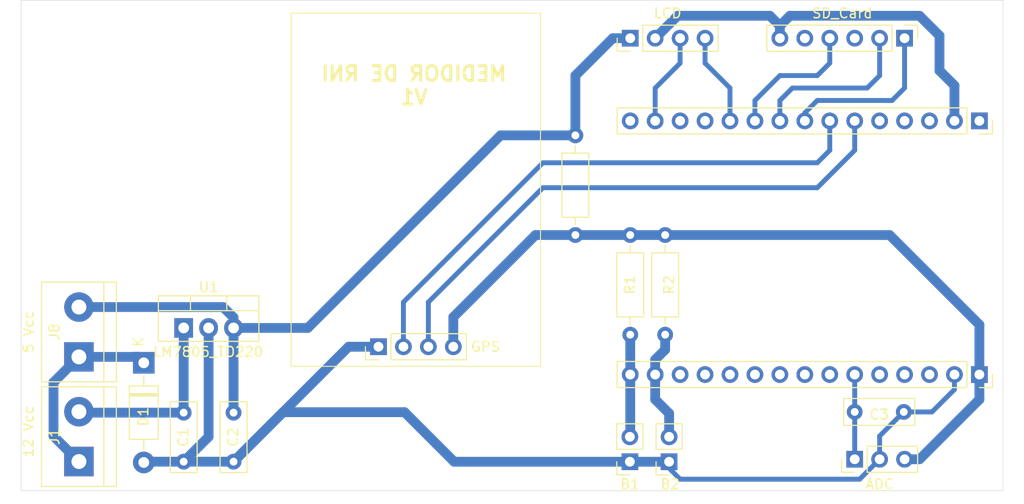
<source format=kicad_pcb>
(kicad_pcb (version 20211014) (generator pcbnew)
  (layers (0 "F.Cu" signal) (31 "B.Cu" signal) (34 "B.Paste" user) (35 "F.Paste" user) (36 "B.SilkS" user "B.Silkscreen") (37 "F.SilkS" user "F.Silkscreen") (38 "B.Mask" user) (39 "F.Mask" user) (44 "Edge.Cuts" user))
  (net 0 "")
  (net 1 "Net-(C1-Pad1)")
  (net 2 "GND")
  (net 3 "+5V")
  (net 4 "/ADC")
  (net 5 "/Buttom_1")
  (net 6 "/Buttom_2")
  (net 7 "/cs")
  (net 8 "/SCK")
  (net 9 "/MOSI")
  (net 10 "/MISO")
  (net 11 "/TX")
  (net 12 "/RX")
  (net 13 "/SDA")
  (net 14 "/SCL")
  (net 33 "Net-(D1-Pad1)")
  (footprint "Connector_PinHeader_2.54mm:PinHeader_1x04_P2.54mm_Vertical" (layer "F.Cu") (at 167.4 134.325 90)
    (fp_text reference "J3")
    (fp_text value "GPS" (at 0 10.908 180) (layer "F.SilkS"))
    (fp_line (start -1.33 1.27) (end -1.33 8.95) (layer "F.SilkS") (width 0.12))
    (fp_line (start -1.33 8.95) (end 1.33 8.95) (layer "F.SilkS") (width 0.12))
    (fp_line (start 1.33 1.27) (end 1.33 8.95) (layer "F.SilkS") (width 0.12))
    (fp_line (start -1.33 1.27) (end 1.33 1.27) (layer "F.SilkS") (width 0.12))
    (fp_line (start -1.33 0) (end -1.33 -1.33) (layer "F.SilkS") (width 0.12))
    (fp_line (start -1.33 -1.33) (end 0 -1.33) (layer "F.SilkS") (width 0.12))
    (pad "1" thru_hole rect (at 0 0 90) (size 1.7 1.7) (drill 1) (layers *.Cu *.Mask) (net 2 "GND"))
    (pad "2" thru_hole oval (at 0 2.54 90) (size 1.7 1.7) (drill 1) (layers *.Cu *.Mask) (net 11 "/TX"))
    (pad "3" thru_hole oval (at 0 5.08 90) (size 1.7 1.7) (drill 1) (layers *.Cu *.Mask) (net 12 "/RX"))
    (pad "4" thru_hole oval (at 0 7.62 90) (size 1.7 1.7) (drill 1) (layers *.Cu *.Mask) (net 3 "+5V"))
  )
  (footprint "Package_TO_SOT_THT:TO-220-3_Vertical" (layer "F.Cu") (at 147.558 132.408)
    (fp_text reference "U1" (at 2.54 -4.16) (layer "F.SilkS"))
    (fp_text value "LM7805_TO220" (at 2.494 2.444) (layer "F.SilkS"))
    (fp_line (start 7.66 -3.27) (end 7.66 1.371) (layer "F.SilkS") (width 0.12))
    (fp_line (start 0.69 -3.27) (end 0.69 -1.76) (layer "F.SilkS") (width 0.12))
    (fp_line (start -2.58 -1.76) (end 7.66 -1.76) (layer "F.SilkS") (width 0.12))
    (fp_line (start -2.58 -3.27) (end 7.66 -3.27) (layer "F.SilkS") (width 0.12))
    (fp_line (start -2.58 1.371) (end 7.66 1.371) (layer "F.SilkS") (width 0.12))
    (fp_line (start 4.391 -3.27) (end 4.391 -1.76) (layer "F.SilkS") (width 0.12))
    (fp_line (start -2.58 -3.27) (end -2.58 1.371) (layer "F.SilkS") (width 0.12))
    (pad "1" thru_hole rect (at 0 0) (size 1.905 2) (drill 1.1) (layers *.Cu *.Mask) (net 1 "Net-(C1-Pad1)"))
    (pad "2" thru_hole oval (at 2.54 0) (size 1.905 2) (drill 1.1) (layers *.Cu *.Mask) (net 2 "GND"))
    (pad "3" thru_hole oval (at 5.08 0) (size 1.905 2) (drill 1.1) (layers *.Cu *.Mask) (net 3 "+5V"))
  )
  (footprint "Connector_PinSocket_2.54mm:PinSocket_1x02_P2.54mm_Vertical" (layer "F.Cu") (at 197 146.05 180)
    (fp_text reference "B2" (at -0.104 -2.286) (layer "F.SilkS"))
    (fp_text value "Conn_01x02_Female")
    (fp_line (start 0 -1.33) (end 1.33 -1.33) (layer "F.SilkS") (width 0.12))
    (fp_line (start 1.33 -1.33) (end 1.33 0) (layer "F.SilkS") (width 0.12))
    (fp_line (start -1.33 1.27) (end 1.33 1.27) (layer "F.SilkS") (width 0.12))
    (fp_line (start -1.33 3.87) (end 1.33 3.87) (layer "F.SilkS") (width 0.12))
    (fp_line (start -1.33 1.27) (end -1.33 3.87) (layer "F.SilkS") (width 0.12))
    (fp_line (start 1.33 1.27) (end 1.33 3.87) (layer "F.SilkS") (width 0.12))
    (pad "1" thru_hole rect (at 0 0 180) (size 1.7 1.7) (drill 1) (layers *.Cu *.Mask) (net 2 "GND"))
    (pad "2" thru_hole oval (at 0 2.54 180) (size 1.7 1.7) (drill 1) (layers *.Cu *.Mask) (net 6 "/Buttom_2"))
  )
  (footprint "Capacitor_THT:C_Disc_D7.0mm_W2.5mm_P5.00mm" (layer "F.Cu") (at 215.9 140.97)
    (fp_text reference "C3" (at 2.5 0.268) (layer "F.SilkS"))
    (fp_text value "0.1uF/50V")
    (fp_line (start 6.12 -1.37) (end 6.12 1.37) (layer "F.SilkS") (width 0.12))
    (fp_line (start -1.12 -1.37) (end -1.12 1.37) (layer "F.SilkS") (width 0.12))
    (fp_line (start -1.12 1.37) (end 6.12 1.37) (layer "F.SilkS") (width 0.12))
    (fp_line (start -1.12 -1.37) (end 6.12 -1.37) (layer "F.SilkS") (width 0.12))
    (pad "1" thru_hole circle (at 0 0) (size 1.6 1.6) (drill 0.8) (layers *.Cu *.Mask) (net 4 "/ADC"))
    (pad "2" thru_hole circle (at 5 0) (size 1.6 1.6) (drill 0.8) (layers *.Cu *.Mask) (net 2 "GND"))
  )
  (footprint "Resistor_THT:R_Axial_DIN0207_L6.3mm_D2.5mm_P10.16mm_Horizontal" (layer "F.Cu") (at 187.452 122.936 90)
    (fp_text reference "R3")
    (fp_text value "puente")
    (fp_line (start 9.12 0) (end 8.35 0) (layer "F.SilkS") (width 0.12))
    (fp_line (start 8.35 1.37) (end 8.35 -1.37) (layer "F.SilkS") (width 0.12))
    (fp_line (start 1.81 -1.37) (end 1.81 1.37) (layer "F.SilkS") (width 0.12))
    (fp_line (start 8.35 -1.37) (end 1.81 -1.37) (layer "F.SilkS") (width 0.12))
    (fp_line (start 1.81 1.37) (end 8.35 1.37) (layer "F.SilkS") (width 0.12))
    (fp_line (start 1.04 0) (end 1.81 0) (layer "F.SilkS") (width 0.12))
    (pad "1" thru_hole circle (at 0 0 90) (size 1.6 1.6) (drill 0.8) (layers *.Cu *.Mask) (net 3 "+5V"))
    (pad "2" thru_hole oval (at 10.16 0 90) (size 1.6 1.6) (drill 0.8) (layers *.Cu *.Mask) (net 3 "+5V"))
  )
  (footprint "Connector_PinHeader_2.54mm:PinHeader_1x06_P2.54mm_Vertical" (layer "F.Cu") (at 220.98 102.87 -90)
    (fp_text reference "J2" hide)
    (fp_text value "SD_Card" (at -2.54 6.35 180) (layer "F.SilkS"))
    (fp_line (start -1.33 14.03) (end 1.33 14.03) (layer "F.SilkS") (width 0.12))
    (fp_line (start 1.33 1.27) (end 1.33 14.03) (layer "F.SilkS") (width 0.12))
    (fp_line (start -1.33 0) (end -1.33 -1.33) (layer "F.SilkS") (width 0.12))
    (fp_line (start -1.33 -1.33) (end 0 -1.33) (layer "F.SilkS") (width 0.12))
    (fp_line (start -1.33 1.27) (end 1.33 1.27) (layer "F.SilkS") (width 0.12))
    (fp_line (start -1.33 1.27) (end -1.33 14.03) (layer "F.SilkS") (width 0.12))
    (pad "1" thru_hole rect (at 0 0 270) (size 1.7 1.7) (drill 1) (layers *.Cu *.Mask) (net 7 "/cs"))
    (pad "2" thru_hole oval (at 0 2.54 270) (size 1.7 1.7) (drill 1) (layers *.Cu *.Mask) (net 8 "/SCK"))
    (pad "3" thru_hole oval (at 0 5.08 270) (size 1.7 1.7) (drill 1) (layers *.Cu *.Mask))
    (pad "4" thru_hole oval (at 0 7.62 270) (size 1.7 1.7) (drill 1) (layers *.Cu *.Mask) (net 10 "/MISO"))
    (pad "5" thru_hole oval (at 0 10.16 270) (size 1.7 1.7) (drill 1) (layers *.Cu *.Mask))
    (pad "6" thru_hole oval (at 0 12.7 270) (size 1.7 1.7) (drill 1) (layers *.Cu *.Mask) (net 2 "GND"))
  )
  (footprint "Connector_PinSocket_2.54mm:PinSocket_1x15_P2.54mm_Vertical" (layer "F.Cu") (at 228.6 111.3 -90)
    (fp_text reference "J7")
    (fp_text value "Conn_01x15_Female")
    (fp_line (start -1.33 1.27) (end -1.33 36.89) (layer "F.SilkS") (width 0.12))
    (fp_line (start 0 -1.33) (end 1.33 -1.33) (layer "F.SilkS") (width 0.12))
    (fp_line (start 1.33 1.27) (end 1.33 36.89) (layer "F.SilkS") (width 0.12))
    (fp_line (start 1.33 -1.33) (end 1.33 0) (layer "F.SilkS") (width 0.12))
    (fp_line (start -1.33 36.89) (end 1.33 36.89) (layer "F.SilkS") (width 0.12))
    (fp_line (start -1.33 1.27) (end 1.33 1.27) (layer "F.SilkS") (width 0.12))
    (pad "1" thru_hole rect (at 0 0 270) (size 1.7 1.7) (drill 1) (layers *.Cu *.Mask))
    (pad "2" thru_hole oval (at 0 2.54 270) (size 1.7 1.7) (drill 1) (layers *.Cu *.Mask) (net 2 "GND"))
    (pad "3" thru_hole oval (at 0 5.08 270) (size 1.7 1.7) (drill 1) (layers *.Cu *.Mask))
    (pad "4" thru_hole oval (at 0 7.62 270) (size 1.7 1.7) (drill 1) (layers *.Cu *.Mask))
    (pad "5" thru_hole oval (at 0 10.16 270) (size 1.7 1.7) (drill 1) (layers *.Cu *.Mask))
    (pad "6" thru_hole oval (at 0 12.7 270) (size 1.7 1.7) (drill 1) (layers *.Cu *.Mask) (net 12 "/RX"))
    (pad "7" thru_hole oval (at 0 15.24 270) (size 1.7 1.7) (drill 1) (layers *.Cu *.Mask) (net 11 "/TX"))
    (pad "8" thru_hole oval (at 0 17.78 270) (size 1.7 1.7) (drill 1) (layers *.Cu *.Mask) (net 7 "/cs"))
    (pad "9" thru_hole oval (at 0 20.32 270) (size 1.7 1.7) (drill 1) (layers *.Cu *.Mask) (net 8 "/SCK"))
    (pad "10" thru_hole oval (at 0 22.86 270) (size 1.7 1.7) (drill 1) (layers *.Cu *.Mask) (net 10 "/MISO"))
    (pad "11" thru_hole oval (at 0 25.4 270) (size 1.7 1.7) (drill 1) (layers *.Cu *.Mask) (net 13 "/SDA"))
    (pad "12" thru_hole oval (at 0 27.94 270) (size 1.7 1.7) (drill 1) (layers *.Cu *.Mask))
    (pad "13" thru_hole oval (at 0 30.48 270) (size 1.7 1.7) (drill 1) (layers *.Cu *.Mask))
    (pad "14" thru_hole oval (at 0 33.02 270) (size 1.7 1.7) (drill 1) (layers *.Cu *.Mask) (net 14 "/SCL"))
    (pad "15" thru_hole oval (at 0 35.56 270) (size 1.7 1.7) (drill 1) (layers *.Cu *.Mask) (net 9 "/MOSI"))
  )
  (footprint "Connector_PinHeader_2.54mm:PinHeader_1x04_P2.54mm_Vertical" (layer "F.Cu") (at 193.04 102.87 90)
    (fp_text reference "J4" hide)
    (fp_text value "LCD" (at 2.54 3.81 180) (layer "F.SilkS"))
    (fp_line (start 1.33 1.27) (end 1.33 8.95) (layer "F.SilkS") (width 0.12))
    (fp_line (start -1.33 0) (end -1.33 -1.33) (layer "F.SilkS") (width 0.12))
    (fp_line (start -1.33 1.27) (end 1.33 1.27) (layer "F.SilkS") (width 0.12))
    (fp_line (start -1.33 -1.33) (end 0 -1.33) (layer "F.SilkS") (width 0.12))
    (fp_line (start -1.33 8.95) (end 1.33 8.95) (layer "F.SilkS") (width 0.12))
    (fp_line (start -1.33 1.27) (end -1.33 8.95) (layer "F.SilkS") (width 0.12))
    (pad "1" thru_hole rect (at 0 0 90) (size 1.7 1.7) (drill 1) (layers *.Cu *.Mask) (net 3 "+5V"))
    (pad "2" thru_hole oval (at 0 2.54 90) (size 1.7 1.7) (drill 1) (layers *.Cu *.Mask) (net 2 "GND"))
    (pad "3" thru_hole oval (at 0 5.08 90) (size 1.7 1.7) (drill 1) (layers *.Cu *.Mask) (net 14 "/SCL"))
    (pad "4" thru_hole oval (at 0 7.62 90) (size 1.7 1.7) (drill 1) (layers *.Cu *.Mask) (net 13 "/SDA"))
  )
  (footprint "Connector_PinSocket_2.54mm:PinSocket_1x15_P2.54mm_Vertical" (layer "F.Cu") (at 228.6 137.16 -90)
    (fp_text reference "J6")
    (fp_text value "Conn_01x15_Female")
    (fp_line (start 1.33 -1.33) (end 1.33 0) (layer "F.SilkS") (width 0.12))
    (fp_line (start -1.33 36.89) (end 1.33 36.89) (layer "F.SilkS") (width 0.12))
    (fp_line (start 0 -1.33) (end 1.33 -1.33) (layer "F.SilkS") (width 0.12))
    (fp_line (start -1.33 1.27) (end -1.33 36.89) (layer "F.SilkS") (width 0.12))
    (fp_line (start 1.33 1.27) (end 1.33 36.89) (layer "F.SilkS") (width 0.12))
    (fp_line (start -1.33 1.27) (end 1.33 1.27) (layer "F.SilkS") (width 0.12))
    (pad "1" thru_hole rect (at 0 0 270) (size 1.7 1.7) (drill 1) (layers *.Cu *.Mask) (net 3 "+5V"))
    (pad "2" thru_hole oval (at 0 2.54 270) (size 1.7 1.7) (drill 1) (layers *.Cu *.Mask) (net 2 "GND"))
    (pad "3" thru_hole oval (at 0 5.08 270) (size 1.7 1.7) (drill 1) (layers *.Cu *.Mask))
    (pad "4" thru_hole oval (at 0 7.62 270) (size 1.7 1.7) (drill 1) (layers *.Cu *.Mask))
    (pad "5" thru_hole oval (at 0 10.16 270) (size 1.7 1.7) (drill 1) (layers *.Cu *.Mask))
    (pad "6" thru_hole oval (at 0 12.7 270) (size 1.7 1.7) (drill 1) (layers *.Cu *.Mask) (net 4 "/ADC"))
    (pad "7" thru_hole oval (at 0 15.24 270) (size 1.7 1.7) (drill 1) (layers *.Cu *.Mask))
    (pad "8" thru_hole oval (at 0 17.78 270) (size 1.7 1.7) (drill 1) (layers *.Cu *.Mask))
    (pad "9" thru_hole oval (at 0 20.32 270) (size 1.7 1.7) (drill 1) (layers *.Cu *.Mask))
    (pad "10" thru_hole oval (at 0 22.86 270) (size 1.7 1.7) (drill 1) (layers *.Cu *.Mask))
    (pad "11" thru_hole oval (at 0 25.4 270) (size 1.7 1.7) (drill 1) (layers *.Cu *.Mask))
    (pad "12" thru_hole oval (at 0 27.94 270) (size 1.7 1.7) (drill 1) (layers *.Cu *.Mask))
    (pad "13" thru_hole oval (at 0 30.48 270) (size 1.7 1.7) (drill 1) (layers *.Cu *.Mask))
    (pad "14" thru_hole oval (at 0 33.02 270) (size 1.7 1.7) (drill 1) (layers *.Cu *.Mask) (net 6 "/Buttom_2"))
    (pad "15" thru_hole oval (at 0 35.56 270) (size 1.7 1.7) (drill 1) (layers *.Cu *.Mask) (net 5 "/Buttom_1"))
  )
  (footprint "Connector_PinHeader_2.54mm:PinHeader_1x03_P2.54mm_Vertical" (layer "F.Cu") (at 215.9 145.796 90)
    (fp_text reference "J5")
    (fp_text value "ADC" (at -2.54 2.54) (layer "F.SilkS"))
    (fp_line (start 1.33 1.27) (end 1.33 6.41) (layer "F.SilkS") (width 0.12))
    (fp_line (start -1.33 1.27) (end 1.33 1.27) (layer "F.SilkS") (width 0.12))
    (fp_line (start -1.33 6.41) (end 1.33 6.41) (layer "F.SilkS") (width 0.12))
    (fp_line (start -1.33 1.27) (end -1.33 6.41) (layer "F.SilkS") (width 0.12))
    (fp_line (start -1.33 0) (end -1.33 -1.33) (layer "F.SilkS") (width 0.12))
    (fp_line (start -1.33 -1.33) (end 0 -1.33) (layer "F.SilkS") (width 0.12))
    (pad "1" thru_hole rect (at 0 0 90) (size 1.7 1.7) (drill 1) (layers *.Cu *.Mask) (net 4 "/ADC"))
    (pad "2" thru_hole oval (at 0 2.54 90) (size 1.7 1.7) (drill 1) (layers *.Cu *.Mask) (net 2 "GND"))
    (pad "3" thru_hole oval (at 0 5.08 90) (size 1.7 1.7) (drill 1) (layers *.Cu *.Mask) (net 3 "+5V"))
  )
  (footprint "Diode_THT:D_DO-41_SOD81_P10.16mm_Horizontal" (layer "F.Cu") (at 143.494 135.964 -90)
    (fp_text reference "D1" (at 5.492 0.046 90) (layer "F.SilkS"))
    (fp_text value "1N4007")
    (fp_text user "K" (at -2.128 0.554 90) (layer "F.SilkS"))
    (fp_line (start 1.34 0) (end 2.36 0) (layer "F.SilkS") (width 0.12))
    (fp_line (start 2.36 -1.47) (end 2.36 1.47) (layer "F.SilkS") (width 0.12))
    (fp_line (start 2.36 1.47) (end 7.8 1.47) (layer "F.SilkS") (width 0.12))
    (fp_line (start 8.82 0) (end 7.8 0) (layer "F.SilkS") (width 0.12))
    (fp_line (start 3.26 -1.47) (end 3.26 1.47) (layer "F.SilkS") (width 0.12))
    (fp_line (start 7.8 1.47) (end 7.8 -1.47) (layer "F.SilkS") (width 0.12))
    (fp_line (start 3.14 -1.47) (end 3.14 1.47) (layer "F.SilkS") (width 0.12))
    (fp_line (start 7.8 -1.47) (end 2.36 -1.47) (layer "F.SilkS") (width 0.12))
    (fp_line (start 3.38 -1.47) (end 3.38 1.47) (layer "F.SilkS") (width 0.12))
    (pad "1" thru_hole rect (at 0 0 270) (size 2.2 2.2) (drill 1.1) (layers *.Cu *.Mask) (net 33 "Net-(D1-Pad1)"))
    (pad "2" thru_hole oval (at 10.16 0 270) (size 2.2 2.2) (drill 1.1) (layers *.Cu *.Mask) (net 2 "GND"))
  )
  (footprint "MountingHole:MountingHole_2.5mm" (layer "F.Cu") (at 134 102)
    (fp_text reference "H4")
    (fp_text value "MountingHole")
    (pad "" np_thru_hole circle (at 0 0) (size 2.5 2.5) (drill 2.5) (layers *.Cu *.Mask))
  )
  (footprint "Resistor_THT:R_Axial_DIN0207_L6.3mm_D2.5mm_P10.16mm_Horizontal" (layer "F.Cu") (at 196.596 122.936 -90)
    (fp_text reference "R2" (at 5.08 -0.404 90) (layer "F.SilkS"))
    (fp_text value "R_Small")
    (fp_line (start 8.35 1.37) (end 8.35 -1.37) (layer "F.SilkS") (width 0.12))
    (fp_line (start 1.81 -1.37) (end 1.81 1.37) (layer "F.SilkS") (width 0.12))
    (fp_line (start 1.04 0) (end 1.81 0) (layer "F.SilkS") (width 0.12))
    (fp_line (start 8.35 -1.37) (end 1.81 -1.37) (layer "F.SilkS") (width 0.12))
    (fp_line (start 9.12 0) (end 8.35 0) (layer "F.SilkS") (width 0.12))
    (fp_line (start 1.81 1.37) (end 8.35 1.37) (layer "F.SilkS") (width 0.12))
    (pad "1" thru_hole circle (at 0 0 270) (size 1.6 1.6) (drill 0.8) (layers *.Cu *.Mask) (net 3 "+5V"))
    (pad "2" thru_hole oval (at 10.16 0 270) (size 1.6 1.6) (drill 0.8) (layers *.Cu *.Mask) (net 6 "/Buttom_2"))
  )
  (footprint "Resistor_THT:R_Axial_DIN0207_L6.3mm_D2.5mm_P10.16mm_Horizontal" (layer "F.Cu") (at 193.04 122.936 -90)
    (fp_text reference "R1" (at 5.08 0.04 90) (layer "F.SilkS"))
    (fp_text value "R_Small")
    (fp_line (start 8.35 -1.37) (end 1.81 -1.37) (layer "F.SilkS") (width 0.12))
    (fp_line (start 1.81 1.37) (end 8.35 1.37) (layer "F.SilkS") (width 0.12))
    (fp_line (start 9.12 0) (end 8.35 0) (layer "F.SilkS") (width 0.12))
    (fp_line (start 1.81 -1.37) (end 1.81 1.37) (layer "F.SilkS") (width 0.12))
    (fp_line (start 8.35 1.37) (end 8.35 -1.37) (layer "F.SilkS") (width 0.12))
    (fp_line (start 1.04 0) (end 1.81 0) (layer "F.SilkS") (width 0.12))
    (pad "1" thru_hole circle (at 0 0 270) (size 1.6 1.6) (drill 0.8) (layers *.Cu *.Mask) (net 3 "+5V"))
    (pad "2" thru_hole oval (at 10.16 0 270) (size 1.6 1.6) (drill 0.8) (layers *.Cu *.Mask) (net 5 "/Buttom_1"))
  )
  (footprint "TerminalBlock:TerminalBlock_bornier-2_P5.08mm" (layer "F.Cu") (at 136.89 135.36 90)
    (fp_text reference "J8" (at 2.54 -2.494 90) (layer "F.SilkS"))
    (fp_text value "5 Vcc" (at 2.54 -5.126 90) (layer "F.SilkS"))
    (fp_line (start -2.54 -3.81) (end -2.54 3.81) (layer "F.SilkS") (width 0.12))
    (fp_line (start 7.62 3.81) (end 7.62 -3.81) (layer "F.SilkS") (width 0.12))
    (fp_line (start 7.62 -3.81) (end -2.54 -3.81) (layer "F.SilkS") (width 0.12))
    (fp_line (start -2.54 3.81) (end 7.62 3.81) (layer "F.SilkS") (width 0.12))
    (fp_line (start 7.62 2.54) (end -2.54 2.54) (layer "F.SilkS") (width 0.12))
    (pad "1" thru_hole rect (at 0 0 90) (size 3 3) (drill 1.52) (layers *.Cu *.Mask) (net 33 "Net-(D1-Pad1)"))
    (pad "2" thru_hole circle (at 5.08 0 90) (size 3 3) (drill 1.52) (layers *.Cu *.Mask) (net 3 "+5V"))
  )
  (footprint "MountingHole:MountingHole_2.5mm" (layer "F.Cu") (at 228 102)
    (fp_text reference "H2")
    (fp_text value "MountingHole")
    (pad "" np_thru_hole circle (at 0 0) (size 2.5 2.5) (drill 2.5) (layers *.Cu *.Mask))
  )
  (footprint "MountingHole:MountingHole_2.5mm" (layer "F.Cu") (at 228 146)
    (fp_text reference "H3")
    (fp_text value "MountingHole")
    (pad "" np_thru_hole circle (at 0 0) (size 2.5 2.5) (drill 2.5) (layers *.Cu *.Mask))
  )
  (footprint "Capacitor_THT:C_Disc_D7.0mm_W2.5mm_P5.00mm" (layer "F.Cu") (at 152.638 141.044 -90)
    (fp_text reference "C2" (at 2.5 0.046 90) (layer "F.SilkS"))
    (fp_text value "0.1uF/50V")
    (fp_line (start -1.12 -1.37) (end 6.12 -1.37) (layer "F.SilkS") (width 0.12))
    (fp_line (start -1.12 1.37) (end 6.12 1.37) (layer "F.SilkS") (width 0.12))
    (fp_line (start -1.12 -1.37) (end -1.12 1.37) (layer "F.SilkS") (width 0.12))
    (fp_line (start 6.12 -1.37) (end 6.12 1.37) (layer "F.SilkS") (width 0.12))
    (pad "1" thru_hole circle (at 0 0 270) (size 1.6 1.6) (drill 0.8) (layers *.Cu *.Mask) (net 3 "+5V"))
    (pad "2" thru_hole circle (at 5 0 270) (size 1.6 1.6) (drill 0.8) (layers *.Cu *.Mask) (net 2 "GND"))
  )
  (footprint "TerminalBlock:TerminalBlock_bornier-2_P5.08mm" (layer "F.Cu") (at 136.89 146.028 90)
    (fp_text reference "J1" (at 2.54 -2.494 90) (layer "F.SilkS"))
    (fp_text value "12 Vcc" (at 3.048 -5.126 90) (layer "F.SilkS"))
    (fp_line (start 7.62 -3.81) (end -2.54 -3.81) (layer "F.SilkS") (width 0.12))
    (fp_line (start 7.62 2.54) (end -2.54 2.54) (layer "F.SilkS") (width 0.12))
    (fp_line (start -2.54 -3.81) (end -2.54 3.81) (layer "F.SilkS") (width 0.12))
    (fp_line (start -2.54 3.81) (end 7.62 3.81) (layer "F.SilkS") (width 0.12))
    (fp_line (start 7.62 3.81) (end 7.62 -3.81) (layer "F.SilkS") (width 0.12))
    (pad "1" thru_hole rect (at 0 0 90) (size 3 3) (drill 1.52) (layers *.Cu *.Mask) (net 33 "Net-(D1-Pad1)"))
    (pad "2" thru_hole circle (at 5.08 0 90) (size 3 3) (drill 1.52) (layers *.Cu *.Mask) (net 1 "Net-(C1-Pad1)"))
  )
  (footprint "MountingHole:MountingHole_2.5mm" (layer "F.Cu") (at 164 146)
    (fp_text reference "H1")
    (fp_text value "MountingHole")
    (pad "" np_thru_hole circle (at 0 0) (size 2.5 2.5) (drill 2.5) (layers *.Cu *.Mask))
  )
  (footprint "Capacitor_THT:C_Disc_D7.0mm_W2.5mm_P5.00mm" (layer "F.Cu") (at 147.558 141.044 -90)
    (fp_text reference "C1" (at 2.5 0.046 90) (layer "F.SilkS"))
    (fp_text value "0.1uF/50V")
    (fp_line (start 6.12 -1.37) (end 6.12 1.37) (layer "F.SilkS") (width 0.12))
    (fp_line (start -1.12 -1.37) (end 6.12 -1.37) (layer "F.SilkS") (width 0.12))
    (fp_line (start -1.12 1.37) (end 6.12 1.37) (layer "F.SilkS") (width 0.12))
    (fp_line (start -1.12 -1.37) (end -1.12 1.37) (layer "F.SilkS") (width 0.12))
    (pad "1" thru_hole circle (at 0 0 270) (size 1.6 1.6) (drill 0.8) (layers *.Cu *.Mask) (net 1 "Net-(C1-Pad1)"))
    (pad "2" thru_hole circle (at 5 0 270) (size 1.6 1.6) (drill 0.8) (layers *.Cu *.Mask) (net 2 "GND"))
  )
  (footprint "Connector_PinSocket_2.54mm:PinSocket_1x02_P2.54mm_Vertical" (layer "F.Cu") (at 193 146.05 180)
    (fp_text reference "B1" (at 0 -2.286) (layer "F.SilkS"))
    (fp_text value "Conn_01x02_Female")
    (fp_line (start 1.33 -1.33) (end 1.33 0) (layer "F.SilkS") (width 0.12))
    (fp_line (start -1.33 1.27) (end 1.33 1.27) (layer "F.SilkS") (width 0.12))
    (fp_line (start 1.33 1.27) (end 1.33 3.87) (layer "F.SilkS") (width 0.12))
    (fp_line (start -1.33 3.87) (end 1.33 3.87) (layer "F.SilkS") (width 0.12))
    (fp_line (start -1.33 1.27) (end -1.33 3.87) (layer "F.SilkS") (width 0.12))
    (fp_line (start 0 -1.33) (end 1.33 -1.33) (layer "F.SilkS") (width 0.12))
    (pad "1" thru_hole rect (at 0 0 180) (size 1.7 1.7) (drill 1) (layers *.Cu *.Mask) (net 2 "GND"))
    (pad "2" thru_hole oval (at 0 2.54 180) (size 1.7 1.7) (drill 1) (layers *.Cu *.Mask) (net 5 "/Buttom_1"))
  )
  (gr_line (start 183.9 136.325) (end 158.5 136.325) (layer "F.SilkS") (width 0.1))
  (gr_line (start 183.9 100.325) (end 183.9 136.325) (layer "F.SilkS") (width 0.1))
  (gr_line (start 158.5 100.325) (end 158.5 136.325) (layer "F.SilkS") (width 0.1))
  (gr_line (start 183.9 100.325) (end 158.5 100.325) (layer "F.SilkS") (width 0.1))
  (gr_rect (start 131 99) (end 231 149) (layer "Edge.Cuts") (width 0.05) (fill none))
  (gr_text "MEDIDOR DE RNI\nV1" (at 171.01 107.7) (layer "F.SilkS") (effects (font (size 1.5 1.5) (thickness 0.3)) (justify mirror)))
  (segment (start 136.986 141.044) (end 136.89 140.948) (width 1) (layer "B.Cu") (net 1))
  (segment (start 147.558 141.044) (end 136.986 141.044) (width 1) (layer "B.Cu") (net 1))
  (segment (start 147.558 141.044) (end 147.558 132.408) (width 1) (layer "B.Cu") (net 1))
  (segment (start 143.574 146.044) (end 143.494 146.124) (width 1) (layer "B.Cu") (net 2))
  (segment (start 226.06 107.696) (end 226.06 111.3) (width 1) (layer "B.Cu") (net 2))
  (segment (start 226.06 138.684) (end 226.06 137.16) (width 0.5) (layer "B.Cu") (net 2))
  (segment (start 218.44 145.796) (end 216.408 147.828) (width 0.5) (layer "B.Cu") (net 2))
  (segment (start 224.536 106.172) (end 226.06 107.696) (width 1) (layer "B.Cu") (net 2))
  (segment (start 147.558 146.044) (end 143.574 146.044) (width 1) (layer "B.Cu") (net 2))
  (segment (start 195.58 102.87) (end 197.866 100.584) (width 1) (layer "B.Cu") (net 2))
  (segment (start 197 146.708) (end 197 146.05) (width 0.5) (layer "B.Cu") (net 2))
  (segment (start 216.408 147.828) (end 198.12 147.828) (width 0.5) (layer "B.Cu") (net 2))
  (segment (start 209.296 100.584) (end 222.504 100.584) (width 1) (layer "B.Cu") (net 2))
  (segment (start 197.866 100.584) (end 207.264 100.584) (width 1) (layer "B.Cu") (net 2))
  (segment (start 150.098 132.408) (end 150.098 143.504) (width 1) (layer "B.Cu") (net 2))
  (segment (start 175.11 146.05) (end 193 146.05) (width 1) (layer "B.Cu") (net 2))
  (segment (start 208.28 101.6) (end 208.28 102.87) (width 1) (layer "B.Cu") (net 2))
  (segment (start 207.264 100.584) (end 208.28 101.6) (width 1) (layer "B.Cu") (net 2))
  (segment (start 152.638 146.044) (end 147.558 146.044) (width 1) (layer "B.Cu") (net 2))
  (segment (start 152.638 146.044) (end 157.682 141) (width 1) (layer "B.Cu") (net 2))
  (segment (start 208.28 101.6) (end 209.296 100.584) (width 1) (layer "B.Cu") (net 2))
  (segment (start 198.12 147.828) (end 197 146.708) (width 0.5) (layer "B.Cu") (net 2))
  (segment (start 222.504 100.584) (end 224.536 102.616) (width 1) (layer "B.Cu") (net 2))
  (segment (start 164.357 134.325) (end 152.638 146.044) (width 1) (layer "B.Cu") (net 2))
  (segment (start 170.06 141) (end 175.11 146.05) (width 1) (layer "B.Cu") (net 2))
  (segment (start 218.44 145.796) (end 218.44 143.43) (width 0.5) (layer "B.Cu") (net 2))
  (segment (start 224.536 102.616) (end 224.536 106.172) (width 1) (layer "B.Cu") (net 2))
  (segment (start 197 146.05) (end 193 146.05) (width 1) (layer "B.Cu") (net 2))
  (segment (start 157.682 141) (end 170.06 141) (width 1) (layer "B.Cu") (net 2))
  (segment (start 150.098 143.504) (end 147.558 146.044) (width 1) (layer "B.Cu") (net 2))
  (segment (start 167.4 134.325) (end 164.357 134.325) (width 1) (layer "B.Cu") (net 2))
  (segment (start 223.774 140.97) (end 226.06 138.684) (width 0.5) (layer "B.Cu") (net 2))
  (segment (start 220.9 140.97) (end 223.774 140.97) (width 0.5) (layer "B.Cu") (net 2))
  (segment (start 218.44 143.43) (end 220.9 140.97) (width 0.5) (layer "B.Cu") (net 2))
  (segment (start 152.638 131.342) (end 152.638 132.408) (width 1) (layer "B.Cu") (net 3))
  (segment (start 193.04 122.936) (end 196.596 122.936) (width 1) (layer "B.Cu") (net 3))
  (segment (start 160.2 132.408) (end 179.832 112.776) (width 1) (layer "B.Cu") (net 3))
  (segment (start 175.02 131.304) (end 175.02 134.325) (width 1) (layer "B.Cu") (net 3))
  (segment (start 179.832 112.776) (end 187.452 112.776) (width 1) (layer "B.Cu") (net 3))
  (segment (start 183.388 122.936) (end 175.02 131.304) (width 1) (layer "B.Cu") (net 3))
  (segment (start 152.638 132.408) (end 160.2 132.408) (width 1) (layer "B.Cu") (net 3))
  (segment (start 222.504 145.796) (end 220.98 145.796) (width 1) (layer "B.Cu") (net 3))
  (segment (start 152.638 141.044) (end 152.638 132.408) (width 1) (layer "B.Cu") (net 3))
  (segment (start 187.452 112.776) (end 187.452 106.68) (width 1) (layer "B.Cu") (net 3))
  (segment (start 228.6 132.08) (end 228.6 137.16) (width 1) (layer "B.Cu") (net 3))
  (segment (start 219.456 122.936) (end 228.6 132.08) (width 1) (layer "B.Cu") (net 3))
  (segment (start 187.452 122.936) (end 183.388 122.936) (width 1) (layer "B.Cu") (net 3))
  (segment (start 228.6 139.7) (end 222.504 145.796) (width 1) (layer "B.Cu") (net 3))
  (segment (start 187.452 106.68) (end 191.262 102.87) (width 1) (layer "B.Cu") (net 3))
  (segment (start 187.452 122.936) (end 193.04 122.936) (width 1) (layer "B.Cu") (net 3))
  (segment (start 228.6 137.16) (end 228.6 139.7) (width 1) (layer "B.Cu") (net 3))
  (segment (start 196.596 122.936) (end 219.456 122.936) (width 1) (layer "B.Cu") (net 3))
  (segment (start 151.576 130.28) (end 152.638 131.342) (width 1) (layer "B.Cu") (net 3))
  (segment (start 136.89 130.28) (end 151.576 130.28) (width 1) (layer "B.Cu") (net 3))
  (segment (start 191.262 102.87) (end 193.04 102.87) (width 1) (layer "B.Cu") (net 3))
  (segment (start 215.9 140.97) (end 215.9 145.796) (width 0.5) (layer "B.Cu") (net 4))
  (segment (start 215.9 140.97) (end 215.9 137.16) (width 0.5) (layer "B.Cu") (net 4))
  (segment (start 193.04 143.47) (end 193 143.51) (width 1) (layer "B.Cu") (net 5))
  (segment (start 193.04 137.16) (end 193.04 143.47) (width 1) (layer "B.Cu") (net 5))
  (segment (start 193.04 133.096) (end 193.04 137.16) (width 1) (layer "B.Cu") (net 5))
  (segment (start 195.58 137.16) (end 195.58 139.7) (width 1) (layer "B.Cu") (net 6))
  (segment (start 195.58 139.7) (end 197 141.12) (width 1) (layer "B.Cu") (net 6))
  (segment (start 196.596 134.62) (end 196.596 133.096) (width 1) (layer "B.Cu") (net 6))
  (segment (start 197 141.12) (end 197 143.51) (width 1) (layer "B.Cu") (net 6))
  (segment (start 195.58 137.16) (end 195.58 135.636) (width 1) (layer "B.Cu") (net 6))
  (segment (start 195.58 135.636) (end 196.596 134.62) (width 1) (layer "B.Cu") (net 6))
  (segment (start 210.82 111.3) (end 210.82 110.49) (width 0.5) (layer "B.Cu") (net 7))
  (segment (start 219.71 109.22) (end 220.98 107.95) (width 0.5) (layer "B.Cu") (net 7))
  (segment (start 210.82 110.49) (end 212.09 109.22) (width 0.5) (layer "B.Cu") (net 7))
  (segment (start 220.98 107.95) (end 220.98 102.87) (width 0.5) (layer "B.Cu") (net 7))
  (segment (start 212.09 109.22) (end 219.71 109.22) (width 0.5) (layer "B.Cu") (net 7))
  (segment (start 209.55 107.95) (end 217.17 107.95) (width 0.5) (layer "B.Cu") (net 8))
  (segment (start 217.17 107.95) (end 218.44 106.68) (width 0.5) (layer "B.Cu") (net 8))
  (segment (start 208.28 111.3) (end 208.28 109.22) (width 0.5) (layer "B.Cu") (net 8))
  (segment (start 208.28 109.22) (end 209.55 107.95) (width 0.5) (layer "B.Cu") (net 8))
  (segment (start 218.44 106.68) (end 218.44 102.87) (width 0.5) (layer "B.Cu") (net 8))
  (segment (start 205.74 111.3) (end 205.74 109.22) (width 0.5) (layer "B.Cu") (net 10))
  (segment (start 208.28 106.68) (end 212.09 106.68) (width 0.5) (layer "B.Cu") (net 10))
  (segment (start 212.09 106.68) (end 213.36 105.41) (width 0.5) (layer "B.Cu") (net 10))
  (segment (start 205.74 109.22) (end 208.28 106.68) (width 0.5) (layer "B.Cu") (net 10))
  (segment (start 213.36 105.41) (end 213.36 102.87) (width 0.5) (layer "B.Cu") (net 10))
  (segment (start 169.94 129.78) (end 169.94 134.325) (width 0.5) (layer "B.Cu") (net 11))
  (segment (start 213.36 114.3) (end 212.09 115.57) (width 0.5) (layer "B.Cu") (net 11))
  (segment (start 213.36 111.3) (end 213.36 114.3) (width 0.5) (layer "B.Cu") (net 11))
  (segment (start 212.09 115.57) (end 184.15 115.57) (width 0.5) (layer "B.Cu") (net 11))
  (segment (start 184.15 115.57) (end 169.94 129.78) (width 0.5) (layer "B.Cu") (net 11))
  (segment (start 172.48 129.78) (end 184.15 118.11) (width 0.5) (layer "B.Cu") (net 12))
  (segment (start 184.15 118.11) (end 212.09 118.11) (width 0.5) (layer "B.Cu") (net 12))
  (segment (start 212.09 118.11) (end 215.9 114.3) (width 0.5) (layer "B.Cu") (net 12))
  (segment (start 215.9 114.3) (end 215.9 111.3) (width 0.5) (layer "B.Cu") (net 12))
  (segment (start 172.48 134.325) (end 172.48 129.78) (width 0.5) (layer "B.Cu") (net 12))
  (segment (start 200.66 105.41) (end 203.2 107.95) (width 0.5) (layer "B.Cu") (net 13))
  (segment (start 200.66 105.41) (end 200.66 102.87) (width 0.5) (layer "B.Cu") (net 13))
  (segment (start 203.2 107.95) (end 203.2 111.3) (width 0.5) (layer "B.Cu") (net 13))
  (segment (start 198.12 105.41) (end 195.58 107.95) (width 0.5) (layer "B.Cu") (net 14))
  (segment (start 195.58 107.95) (end 195.58 111.3) (width 0.5) (layer "B.Cu") (net 14))
  (segment (start 198.12 105.41) (end 198.12 102.87) (width 0.5) (layer "B.Cu") (net 14))
  (segment (start 134.304 137.946) (end 134.304 143.442) (width 1) (layer "B.Cu") (net 33))
  (segment (start 134.304 143.442) (end 136.89 146.028) (width 1) (layer "B.Cu") (net 33))
  (segment (start 136.89 135.36) (end 134.304 137.946) (width 1) (layer "B.Cu") (net 33))
  (segment (start 142.89 135.36) (end 143.494 135.964) (width 1) (layer "B.Cu") (net 33))
  (segment (start 136.89 135.36) (end 142.89 135.36) (width 1) (layer "B.Cu") (net 33))
)
</source>
